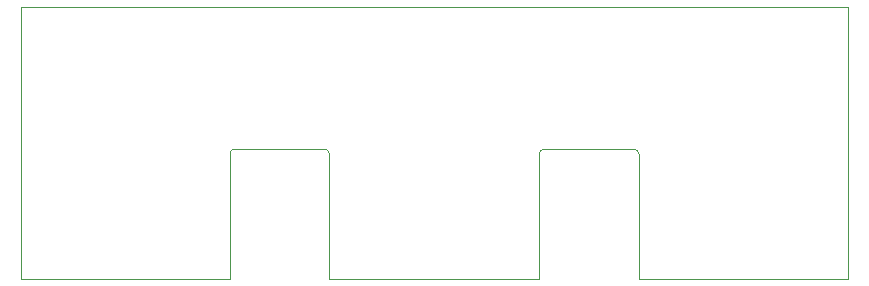
<source format=gbr>
%TF.GenerationSoftware,KiCad,Pcbnew,9.0.3*%
%TF.CreationDate,2025-12-06T16:05:57+01:00*%
%TF.ProjectId,arduinoController,61726475-696e-46f4-936f-6e74726f6c6c,rev?*%
%TF.SameCoordinates,Original*%
%TF.FileFunction,Profile,NP*%
%FSLAX46Y46*%
G04 Gerber Fmt 4.6, Leading zero omitted, Abs format (unit mm)*
G04 Created by KiCad (PCBNEW 9.0.3) date 2025-12-06 16:05:57*
%MOMM*%
%LPD*%
G01*
G04 APERTURE LIST*
%TA.AperFunction,Profile*%
%ADD10C,0.050000*%
%TD*%
G04 APERTURE END LIST*
D10*
X191800000Y-91900000D02*
G75*
G02*
X192200000Y-92300000I0J-400000D01*
G01*
X183800000Y-92300000D02*
G75*
G02*
X184200000Y-91900000I400000J0D01*
G01*
X165600000Y-91900000D02*
G75*
G02*
X166000000Y-92300000I0J-400000D01*
G01*
X157600000Y-92300000D02*
G75*
G02*
X158000000Y-91900000I400000J0D01*
G01*
X139900000Y-79900000D02*
X209900000Y-79900000D01*
X192200000Y-102900000D02*
X192200000Y-92300000D01*
X166000000Y-92300000D02*
X166000000Y-102900000D01*
X209900000Y-102900000D02*
X192200000Y-102900000D01*
X139900000Y-102900000D02*
X139900000Y-79900000D01*
X191800000Y-91900000D02*
X184200000Y-91900000D01*
X183800000Y-92300000D02*
X183800000Y-102900000D01*
X139900000Y-102900000D02*
X157600000Y-102900000D01*
X158000000Y-91900000D02*
X165600000Y-91900000D01*
X183800000Y-102900000D02*
X166000000Y-102900000D01*
X209900000Y-79900000D02*
X209900000Y-102900000D01*
X157600000Y-102900000D02*
X157600000Y-92300000D01*
M02*

</source>
